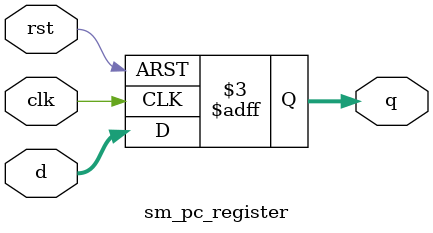
<source format=v>





module sm_cpu
(
    input           clk,
    input           rst_n
);
    //control wires
    wire        pcSrc;
    wire        regDst;
    wire        regWrite;
    wire        aluSrc;
    wire        aluZero;
    wire [ 2:0] aluControl;

    //program counter
    wire [31:0] pc;
    wire [31:0] pcBranch;
    wire [31:0] pcNext  = pc + 1;
    wire [31:0] pc_new   = ~pcSrc ? pcNext : pcBranch;
    sm_pc_register r_pc(clk ,rst_n, pc_new, pc);

    //program memory
    reg  [31:0] rom [61:0];
    wire [31:0] instr = rom [pc];

    //register file
    wire [ 4:0] a3  = regDst ? instr[15:11] : instr[20:16];
    wire [31:0] rd1;
    wire [31:0] rd2;
    wire [31:0] wd3;

    sm_register_file rf
    (
        .clk        ( clk          ),
        .a1         ( instr[25:21] ),
        .a2         ( instr[20:16] ),
        .a3         ( a3           ),
        .rd1        ( rd1          ),
        .rd2        ( rd2          ),
        .wd3        ( wd3          ),
        .we3        ( regWrite     )
    );

    //sign extension
    wire [31:0] signImm = { {16 { instr[15] }}, instr[15:0] };
    assign pcBranch = pcNext + signImm;

    //alu
    wire [31:0] srcB = aluSrc ? signImm : rd2;

    sm_alu alu
    (
        .srcA       ( rd1          ),
        .srcB       ( srcB         ),
        .oper       ( aluControl   ),
        .zero       ( aluZero      ),
        .result     ( wd3          ) 
    );

    //control
    sm_control sm_control
    (
        .cmdOper    ( instr[31:26] ),
        .cmdFunk    ( instr[ 5:0 ] ),
        .aluZero    ( aluZero      ),
        .pcSrc      ( pcSrc        ), 
        .regDst     ( regDst       ), 
        .regWrite   ( regWrite     ), 
        .aluSrc     ( aluSrc       ),
        .aluControl ( aluControl   )
    );

endmodule

module sm_control
(
    input  [5:0] cmdOper,
    input  [5:0] cmdFunk,
    input        aluZero,
    output       pcSrc, 
    output       regDst, 
    output       regWrite, 
    output       aluSrc,
    output [2:0] aluControl
);
    wire         branch;
    assign pcSrc = branch & aluZero;

    reg    [6:0] conf;
    assign { branch, regDst, regWrite, aluSrc, aluControl } = conf;

    localparam  C_SPEC  = 6'b000000,
                C_ADDIU = 6'b001001,
                C_BGEZ  = 6'b000100;

    localparam  F_ADDU  = 6'b100001,
                F_OR    = 6'b100101,
                F_ANY   = 6'b??????;

    always @ (*) begin
        casez( {cmdOper,cmdFunk} )
            default             : conf = 7'b0;
            { C_SPEC,  F_ADDU } : conf = 7'b0110000;
            { C_SPEC,  F_OR   } : conf = 7'b0110001;
            { C_ADDIU, F_ANY  } : conf = 7'b0011000;
            { C_BGEZ,  F_ANY  } : conf = 7'b1000000;
        endcase
    end
endmodule

module sm_alu
(
    input  [31:0] srcA,
    input  [31:0] srcB,
    input  [ 2:0] oper,
    output        zero,
    output reg [31:0] result 
);
    localparam ALU_ADD = 3'b000,
               ALU_OR  = 3'b001;

    always @ (*) begin
        case (oper)
            default : result = srcA + srcB;
            ALU_ADD : result = srcA + srcB;
            ALU_OR  : result = srcA | srcB;
        endcase
    end

    assign zero   = (result == 0);
endmodule


module sm_register_file
(
    input         clk,
    input  [ 4:0] a1,
    input  [ 4:0] a2,
    input  [ 4:0] a3,
    output [31:0] rd1,
    output [31:0] rd2,
    input  [31:0] wd3,
    input         we3
);
    reg [31:0] rf [31:0];

    assign rd1 = (a1 != 0) ? rf [a1] : 32'b0;
    assign rd2 = (a2 != 0) ? rf [a2] : 32'b0;

    always @ (posedge clk)
        if(we3) rf [a3] <= wd3;
endmodule


module sm_pc_register
(
    input                 clk,
    input                 rst,
    input      [ 31 : 0 ] d,
    output reg [ 31 : 0 ] q
);
    always @ (posedge clk or negedge rst)
        if(~rst)
            q <= 32'b0;
        else
            q <= d;
endmodule

</source>
